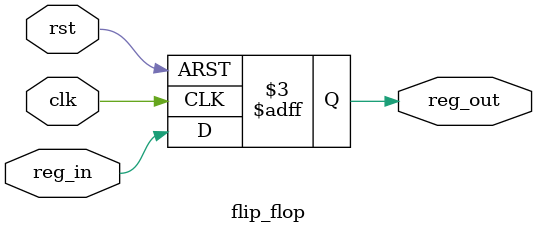
<source format=v>
module flip_flop (
    output  reg     reg_out,
    input   wire    reg_in ,
    input   wire    clk,
    input   wire    rst
);

always @(posedge clk or negedge rst) begin
    if (!rst) begin
        reg_out <= 'd0 ;
    end else begin
        reg_out <= reg_in ;
    end
end
    
endmodule
</source>
